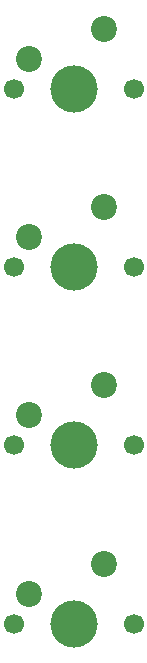
<source format=gbr>
%TF.GenerationSoftware,KiCad,Pcbnew,8.0.8*%
%TF.CreationDate,2025-02-09T21:15:24+00:00*%
%TF.ProjectId,MacroPadPCB,4d616372-6f50-4616-9450-43422e6b6963,rev?*%
%TF.SameCoordinates,Original*%
%TF.FileFunction,Soldermask,Top*%
%TF.FilePolarity,Negative*%
%FSLAX46Y46*%
G04 Gerber Fmt 4.6, Leading zero omitted, Abs format (unit mm)*
G04 Created by KiCad (PCBNEW 8.0.8) date 2025-02-09 21:15:24*
%MOMM*%
%LPD*%
G01*
G04 APERTURE LIST*
%ADD10C,1.700000*%
%ADD11C,4.000000*%
%ADD12C,2.200000*%
G04 APERTURE END LIST*
D10*
%TO.C,SW3*%
X124810988Y-110234200D03*
D11*
X129890988Y-110234200D03*
D10*
X134970988Y-110234200D03*
D12*
X132430988Y-105154200D03*
X126080988Y-107694200D03*
%TD*%
D10*
%TO.C,SW2*%
X124810988Y-95144200D03*
D11*
X129890988Y-95144200D03*
D10*
X134970988Y-95144200D03*
D12*
X132430988Y-90064200D03*
X126080988Y-92604200D03*
%TD*%
D10*
%TO.C,SW1*%
X124810988Y-80054200D03*
D11*
X129890988Y-80054200D03*
D10*
X134970988Y-80054200D03*
D12*
X132430988Y-74974200D03*
X126080988Y-77514200D03*
%TD*%
D10*
%TO.C,SW4*%
X124810988Y-125324200D03*
D11*
X129890988Y-125324200D03*
D10*
X134970988Y-125324200D03*
D12*
X132430988Y-120244200D03*
X126080988Y-122784200D03*
%TD*%
M02*

</source>
